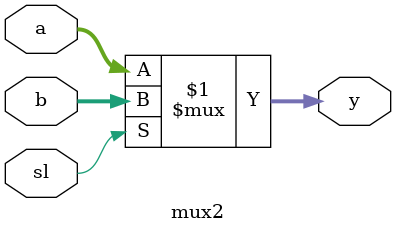
<source format=v>
module mux2( sl, a, b, y);
    parameter WIDTH = 32;

    input               sl;         // select
    input[WIDTH-1:0]    a,b;

    output[WIDTH-1:0]   y;          // result
    
//    reg[WIDTH-1:0]      y;
    // always @(sl or a or b)
    //     if ( !sl )
    //         y = a;
    //     else
    //         y = b;

    assign y = sl? b: a;

endmodule

/*
    0 ---> a
    1 ---> b
*/
</source>
